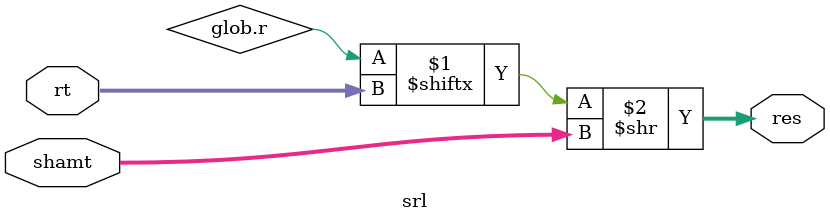
<source format=v>
module srl
(
    input   [4:0] rt, shamt,
    output  [31:0] res
);
assign res = glob.r[rt] >> shamt;
endmodule
</source>
